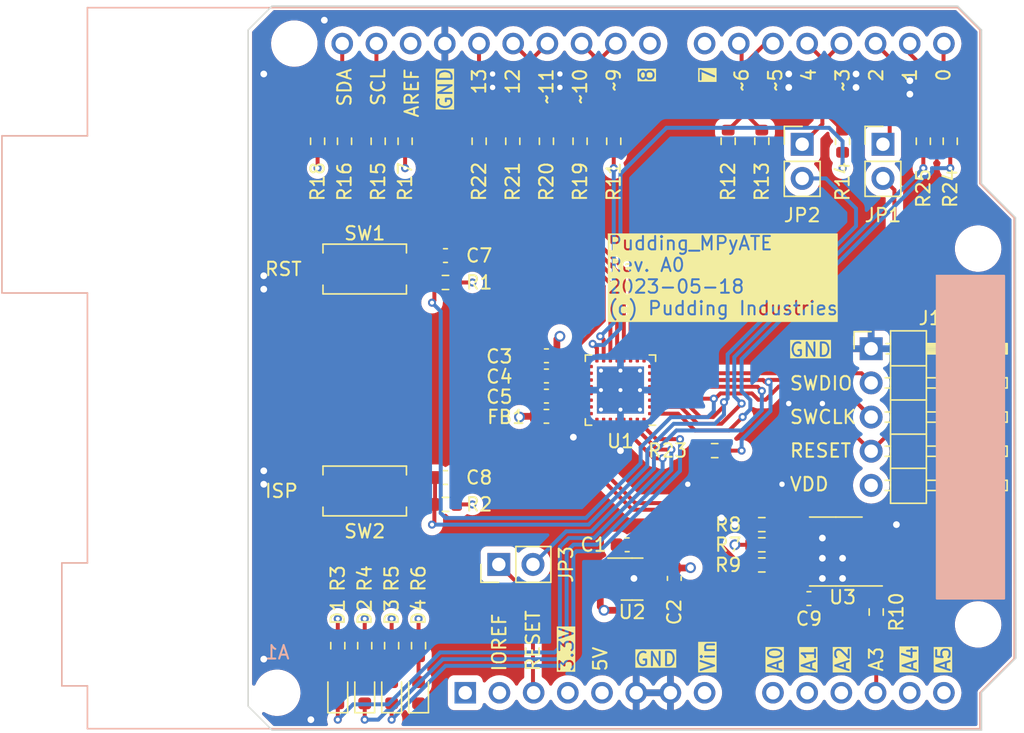
<source format=kicad_pcb>
(kicad_pcb (version 20221018) (generator pcbnew)
  (title_block (title "Pudding_MPyATE") (date "2023-05-18") (rev "A0") (company "Pudding Industries"))
  (layers (0 "F.Cu" signal) (1 "In1.Cu" signal) (2 "In2.Cu" signal) (31 "B.Cu" signal) (34 "B.Paste" user) (35 "F.Paste" user) (36 "B.SilkS" user "B.Silkscreen") (37 "F.SilkS" user "F.Silkscreen") (38 "B.Mask" user) (39 "F.Mask" user) (44 "Edge.Cuts" user))
  (net 0 "")
  (net 3 "+5V")
  (net 4 "GND")
  (net 14 "VDD")
  (net 19 "LPC_UART_RXD")
  (net 20 "LPC_UART_TXD")
  (net 22 "ARD_I2C_SDA")
  (net 23 "ARD_I2C_SCL")
  (net 24 "ARD_SPI_SCK")
  (net 25 "ARD_SPI_MISO")
  (net 26 "ARD_SPI_MOSI")
  (net 27 "ARD_SPI_CS")
  (net 28 "ARD_D9_PWM")
  (net 29 "ARD_D6_PWM")
  (net 30 "ARD_D5_PWM")
  (net 31 "ARD_LPC_ISP")
  (net 32 "ARD_D2_PWM")
  (net 33 "ARD_LPC_RST")
  (net 34 "ARD_UART_TXD")
  (net 35 "ARD_UART_RXD")
  (net 36 "ARD_ADC_IN")
  (net 37 "ARD_RST")
  (net 38 "ARD_IOREF")
  (net 39 "VDDA")
  (net 40 "LPC_RST")
  (net 41 "LPC_ISP")
  (net 42 "LPC_LED_R")
  (net 43 "Net-(D1-A)")
  (net 44 "LPC_LED_G")
  (net 45 "Net-(D2-A)")
  (net 46 "LPC_LED_B")
  (net 47 "Net-(D3-A)")
  (net 48 "Net-(D4-A)")
  (net 49 "LPC_SWDIO")
  (net 50 "LPC_SWCLK")
  (net 51 "LPC_ARD_RST")
  (net 52 "Net-(U3B-+)")
  (net 53 "OPA_ADC_IOREF")
  (net 54 "LPC_ADC_IOREF")
  (net 55 "OPA_DAC_OUT")
  (net 56 "LPC_IO3")
  (net 57 "LPC_IO2")
  (net 58 "LPC_IO1")
  (net 59 "LPC_IO0")
  (net 60 "LPC_I2C_SCL")
  (net 61 "LPC_I2C_SDA")
  (net 62 "LPC_SPI_CS")
  (net 63 "LPC_SPI_MOSI")
  (net 64 "LPC_SPI_MISO")
  (net 65 "LPC_SPI_SCK")
  (net 66 "LPC_DAC_OUT")
  (footprint "Resistor_SMD:R_0603_1608Metric" (layer "F.Cu") (at 127.5 80.5 -90)
    (fp_text reference "R15")
    (fp_text value "100R")
  )
  (footprint "Resistor_SMD:R_0603_1608Metric" (layer "F.Cu") (at 125 80.5 -90)
    (fp_text reference "R16")
    (fp_text value "100R")
  )
  (footprint "Package_DFN_QFN:VQFN-32-1EP_5x5mm_P0.5mm_EP3.5x3.5mm_ThermalVias" (layer "F.Cu") (at 145.5 99 180)
    (fp_text reference "U1")
    (fp_text value "LPC804M101JHI33")
  )
  (footprint "Capacitor_SMD:C_0603_1608Metric" (layer "F.Cu") (at 132.5 105.5)
    (fp_text reference "C8")
    (fp_text value "10nF")
  )
  (footprint "LED_SMD:LED_0603_1608Metric" (layer "F.Cu") (at 128.5 121.5 90)
    (fp_text reference "D3")
    (fp_text value "Blue")
  )
  (footprint "Package_TO_SOT_SMD:SOT-23-5" (layer "F.Cu") (at 146.3625 113.05)
    (fp_text reference "U2")
    (fp_text value "TLV70233_SOT23-5")
  )
  (footprint "Resistor_SMD:R_0603_1608Metric" (layer "F.Cu") (at 140 80.5 -90)
    (fp_text reference "R20")
    (fp_text value "100R")
  )
  (footprint "Resistor_SMD:R_0603_1608Metric" (layer "F.Cu") (at 145 80.5 -90)
    (fp_text reference "R11")
    (fp_text value "100R")
  )
  (footprint "Package_SO:SOP-8_3.9x4.9mm_P1.27mm" (layer "F.Cu") (at 161.5 111 180)
    (fp_text reference "U3")
    (fp_text value "LMV358")
  )
  (footprint "Capacitor_SMD:C_0603_1608Metric" (layer "F.Cu") (at 159.5 114.5)
    (fp_text reference "C9")
    (fp_text value "1uF")
  )
  (footprint "Connector_PinHeader_2.54mm:PinHeader_1x02_P2.54mm_Vertical" (layer "F.Cu") (at 165 80.725)
    (fp_text reference "JP1")
    (fp_text value "Jumper_2_Open")
  )
  (footprint "Resistor_SMD:R_0603_1608Metric" (layer "F.Cu") (at 132.5 107.5 180)
    (fp_text reference "R2")
    (fp_text value "10k")
  )
  (footprint "Resistor_SMD:R_0603_1608Metric" (layer "F.Cu") (at 156 112 180)
    (fp_text reference "R9")
    (fp_text value "100R")
  )
  (footprint "Resistor_SMD:R_0603_1608Metric" (layer "F.Cu") (at 142.5 80.5 -90)
    (fp_text reference "R19")
    (fp_text value "100R")
  )
  (footprint "LED_SMD:LED_0603_1608Metric" (layer "F.Cu") (at 126.5 121.5 90)
    (fp_text reference "D2")
    (fp_text value "Green")
  )
  (footprint "Capacitor_SMD:C_0603_1608Metric" (layer "F.Cu") (at 149.5 113 -90)
    (fp_text reference "C2")
    (fp_text value "10uF")
  )
  (footprint "Capacitor_SMD:C_0603_1608Metric" (layer "F.Cu") (at 132.5 89)
    (fp_text reference "C7")
    (fp_text value "10nF")
  )
  (footprint "Connector_PinHeader_2.54mm:PinHeader_1x02_P2.54mm_Vertical" (layer "F.Cu") (at 136.46 111.96 90)
    (fp_text reference "JP3")
    (fp_text value "Jumper_2_Open")
  )
  (footprint "Resistor_SMD:R_0603_1608Metric" (layer "F.Cu") (at 153.5 80.5 -90)
    (fp_text reference "R12")
    (fp_text value "100R")
  )
  (footprint "Capacitor_SMD:C_0603_1608Metric" (layer "F.Cu") (at 140 99.45 180)
    (fp_text reference "C5")
    (fp_text value "100nF")
  )
  (footprint "Resistor_SMD:R_0603_1608Metric" (layer "F.Cu") (at 124.5 118 -90)
    (fp_text reference "R3")
    (fp_text value "2.2k")
  )
  (footprint "Resistor_SMD:R_0603_1608Metric" (layer "F.Cu") (at 162 80.5 -90)
    (fp_text reference "R14")
    (fp_text value "100R")
  )
  (footprint "Resistor_SMD:R_0603_1608Metric" (layer "F.Cu") (at 164.5 115.5 90)
    (fp_text reference "R10")
    (fp_text value "100R")
  )
  (footprint "Inductor_SMD:L_0603_1608Metric" (layer "F.Cu") (at 140 100.95)
    (fp_text reference "FB1")
    (fp_text value "1k@100MHz")
  )
  (footprint "Resistor_SMD:R_0603_1608Metric" (layer "F.Cu") (at 137.5 80.5 -90)
    (fp_text reference "R21")
    (fp_text value "100R")
  )
  (footprint "Resistor_SMD:R_0603_1608Metric" (layer "F.Cu") (at 129.5 80.5 90)
    (fp_text reference "R17")
    (fp_text value "5.1k")
  )
  (footprint "Resistor_SMD:R_0603_1608Metric" (layer "F.Cu") (at 130.5 118 -90)
    (fp_text reference "R6")
    (fp_text value "2.2k")
  )
  (footprint "LED_SMD:LED_0603_1608Metric" (layer "F.Cu") (at 124.5 121.5 90)
    (fp_text reference "D1")
    (fp_text value "Red")
  )
  (footprint "Capacitor_SMD:C_0603_1608Metric" (layer "F.Cu") (at 146 110.5)
    (fp_text reference "C1")
    (fp_text value "10uF")
  )
  (footprint "Resistor_SMD:R_0603_1608Metric" (layer "F.Cu") (at 128.5 118 -90)
    (fp_text reference "R5")
    (fp_text value "2.2k")
  )
  (footprint "Button_Switch_SMD:SW_SPST_EVQPE1" (layer "F.Cu") (at 126.5 90)
    (fp_text reference "SW1")
    (fp_text value "SW_Push")
  )
  (footprint "Button_Switch_SMD:SW_SPST_EVQPE1" (layer "F.Cu") (at 126.5 106.5)
    (fp_text reference "SW2")
    (fp_text value "SW_Push")
  )
  (footprint "Resistor_SMD:R_0603_1608Metric" (layer "F.Cu") (at 170 80.5 -90)
    (fp_text reference "R24")
    (fp_text value "100R")
  )
  (footprint "Connector_PinHeader_2.54mm:PinHeader_1x02_P2.54mm_Vertical" (layer "F.Cu") (at 159 80.725)
    (fp_text reference "JP2")
    (fp_text value "Jumper_2_Open")
  )
  (footprint "Resistor_SMD:R_0603_1608Metric" (layer "F.Cu") (at 123 80.5 90)
    (fp_text reference "R18")
    (fp_text value "5.1k")
  )
  (footprint "Resistor_SMD:R_0603_1608Metric" (layer "F.Cu") (at 156 110.5)
    (fp_text reference "R7")
    (fp_text value "100k")
  )
  (footprint "Capacitor_SMD:C_0603_1608Metric" (layer "F.Cu") (at 140 97.95 180)
    (fp_text reference "C4")
    (fp_text value "1uF")
  )
  (footprint "Connector_PinHeader_2.54mm:PinHeader_1x05_P2.54mm_Horizontal" (layer "F.Cu") (at 164.125 95.925)
    (fp_text reference "J1")
    (fp_text value "Conn_01x05_Pin")
  )
  (footprint "Resistor_SMD:R_0603_1608Metric" (layer "F.Cu") (at 126.5 118 -90)
    (fp_text reference "R4")
    (fp_text value "2.2k")
  )
  (footprint "Resistor_SMD:R_0603_1608Metric" (layer "F.Cu") (at 156 109)
    (fp_text reference "R8")
    (fp_text value "100k")
  )
  (footprint "Resistor_SMD:R_0603_1608Metric" (layer "F.Cu") (at 152.5 103.5 180)
    (fp_text reference "R23")
    (fp_text value "10k")
  )
  (footprint "Resistor_SMD:R_0603_1608Metric" (layer "F.Cu") (at 168 80.5 -90)
    (fp_text reference "R25")
    (fp_text value "100R")
  )
  (footprint "LED_SMD:LED_0603_1608Metric" (layer "F.Cu") (at 130.5 121.5 90)
    (fp_text reference "D4")
    (fp_text value "Amber")
  )
  (footprint "Resistor_SMD:R_0603_1608Metric" (layer "F.Cu") (at 132.5 91 180)
    (fp_text reference "R1")
    (fp_text value "10k")
  )
  (footprint "Resistor_SMD:R_0603_1608Metric" (layer "F.Cu") (at 156 80.5 -90)
    (fp_text reference "R13")
    (fp_text value "100R")
  )
  (footprint "Capacitor_SMD:C_0603_1608Metric" (layer "F.Cu") (at 140 96.45 180)
    (fp_text reference "C3")
    (fp_text value "100nF")
  )
  (footprint "Resistor_SMD:R_0603_1608Metric" (layer "F.Cu") (at 135 80.5 -90)
    (fp_text reference "R22")
    (fp_text value "100R")
  )
  (footprint "Module:Arduino_UNO_R3_WithMountingHoles" (layer "B.Cu") (at 133.97 121.5)
    (fp_text reference "A1")
    (fp_text value "Arduino_UNO_R3")
  )
  (gr_rect (start 169 90.5) (end 174 114.5) (stroke (width 0.15)) (fill solid) (layer "B.SilkS"))
  (gr_line (start 172.325 121.475) (end 172.325 124.275) (stroke (width 0.1)) (layer "Edge.Cuts"))
  (gr_line (start 172.325 83.65) (end 174.85 86.175) (stroke (width 0.1)) (layer "Edge.Cuts"))
  (gr_line (start 119.6125 70.45) (end 170.55 70.45) (stroke (width 0.1)) (layer "Edge.Cuts"))
  (gr_line (start 174.875 118.925) (end 172.325 121.475) (stroke (width 0.1)) (layer "Edge.Cuts"))
  (gr_line (start 174.85 86.175) (end 174.875 118.925) (stroke (width 0.1)) (layer "Edge.Cuts"))
  (gr_line (start 117.8375 72.225) (end 119.6125 70.45) (stroke (width 0.1)) (layer "Edge.Cuts"))
  (gr_line (start 117.8375 122.5) (end 119.6125 124.275) (stroke (width 0.1)) (layer "Edge.Cuts"))
  (gr_line (start 172.325 72.225) (end 172.325 83.65) (stroke (width 0.1)) (layer "Edge.Cuts"))
  (gr_line (start 117.8375 122.5) (end 117.8375 72.225) (stroke (width 0.1)) (layer "Edge.Cuts"))
  (gr_line (start 170.55 70.45) (end 172.325 72.225) (stroke (width 0.1)) (layer "Edge.Cuts"))
  (gr_line (start 172.325 124.275) (end 119.6125 124.275) (stroke (width 0.1)) (layer "Edge.Cuts"))
  (gr_text "VDD" (at 158 106) (layer "F.SilkS") (effects (font (size 1 1)) (justify left)))
  (gr_text "SDA" (at 125 75 90) (layer "F.SilkS") (effects (font (size 1 1)) (justify right)))
  (gr_text "A1" (at 159.5 120 90) (layer "F.SilkS" knockout) (effects (font (size 1 1)) (justify left)))
  (gr_text "IOREF" (at 136.5 120 90) (layer "F.SilkS") (effects (font (size 1 1)) (justify left)))
  (gr_text "~3" (at 162 75 90) (layer "F.SilkS") (effects (font (size 1 1)) (justify right)))
  (gr_text "0" (at 169.5 75 90) (layer "F.SilkS") (effects (font (size 1 1)) (justify right)))
  (gr_text "RST" (at 119 90) (layer "F.SilkS") (effects (font (size 1 1)) (justify left)))
  (gr_text "${TITLE}\nRev. ${REVISION}\n${ISSUE_DATE}\n(c) ${COMPANY}" (at 144.5 93.5) (layer "F.SilkS" knockout) (effects (font (size 1 1)) (justify left bottom)))
  (gr_text "Vin" (at 152 120 90) (layer "F.SilkS" knockout) (effects (font (size 1 1)) (justify left)))
  (gr_text "RESET" (at 158 103.5) (layer "F.SilkS") (effects (font (size 1 1)) (justify left)))
  (gr_text "~10" (at 142.5 75 90) (layer "F.SilkS") (effects (font (size 1 1)) (justify right)))
  (gr_text "5V" (at 144 120 90) (layer "F.SilkS") (effects (font (size 1 1)) (justify left)))
  (gr_text "A3" (at 164.5 120 90) (layer "F.SilkS") (effects (font (size 1 1)) (justify left)))
  (gr_text "RESET" (at 139 120 90) (layer "F.SilkS") (effects (font (size 1 1)) (justify left)))
  (gr_text "3.3V" (at 141.5 120 90) (layer "F.SilkS" knockout) (effects (font (size 1 1)) (justify left)))
  (gr_text "1" (at 167 75 90) (layer "F.SilkS") (effects (font (size 1 1)) (justify right)))
  (gr_text "A4" (at 167 120 90) (layer "F.SilkS" knockout) (effects (font (size 1 1)) (justify left)))
  (gr_text "13" (at 135 75 90) (layer "F.SilkS") (effects (font (size 1 1)) (justify right)))
  (gr_text "2" (at 164.5 75 90) (layer "F.SilkS") (effects (font (size 1 1)) (justify right)))
  (gr_text "GND" (at 146.5 119) (layer "F.SilkS" knockout) (effects (font (size 1 1)) (justify left)))
  (gr_text "7" (at 152 75 90) (layer "F.SilkS" knockout) (effects (font (size 1 1)) (justify right)))
  (gr_text "SCL" (at 127.5 75 90) (layer "F.SilkS") (effects (font (size 1 1)) (justify right)))
  (gr_text "SWDIO" (at 158 98.5) (layer "F.SilkS") (effects (font (size 1 1)) (justify left)))
  (gr_text "GND" (at 132.5 75 90) (layer "F.SilkS" knockout) (effects (font (size 1 1)) (justify right)))
  (gr_text "8" (at 147.5 75 90) (layer "F.SilkS" knockout) (effects (font (size 1 1)) (justify right)))
  (gr_text "~11" (at 140 75 90) (layer "F.SilkS") (effects (font (size 1 1)) (justify right)))
  (gr_text "A5" (at 169.5 120 90) (layer "F.SilkS" knockout) (effects (font (size 1 1)) (justify left)))
  (gr_text "ISP" (at 119 106.5) (layer "F.SilkS") (effects (font (size 1 1)) (justify left)))
  (gr_text "SWCLK" (at 158 101) (layer "F.SilkS") (effects (font (size 1 1)) (justify left)))
  (gr_text "~6" (at 154.5 75 90) (layer "F.SilkS") (effects (font (size 1 1)) (justify right)))
  (gr_text "AREF" (at 130 75 90) (layer "F.SilkS") (effects (font (size 1 1)) (justify right)))
  (gr_text "~5" (at 157 75 90) (layer "F.SilkS") (effects (font (size 1 1)) (justify right)))
  (gr_text "A0" (at 157 120 90) (layer "F.SilkS" knockout) (effects (font (size 1 1)) (justify left)))
  (gr_text "A2" (at 162 120 90) (layer "F.SilkS" knockout) (effects (font (size 1 1)) (justify left)))
  (gr_text "~9" (at 145 75 90) (layer "F.SilkS") (effects (font (size 1 1)) (justify right)))
  (gr_text "12" (at 137.5 75 90) (layer "F.SilkS") (effects (font (size 1 1)) (justify right)))
  (gr_text "4" (at 159.5 75 90) (layer "F.SilkS") (effects (font (size 1 1)) (justify right)))
  (gr_text "GND" (at 158 96) (layer "F.SilkS" knockout) (effects (font (size 1 1)) (justify left)))
  (segment (start 144 114) (end 144 115.0905) (width 0.5) (layer "F.Cu") (net 3))
  (segment (start 145.225 114) (end 144 114) (width 0.5) (layer "F.Cu") (net 3))
  (segment (start 158.725 114.5) (end 157.5 114.5) (width 0.5) (layer "F.Cu") (net 3))
  (segment (start 145.225 112.1) (end 144.663972 112.1) (width 0.5) (layer "F.Cu") (net 3))
  (segment (start 158.875 114.35) (end 158.725 114.5) (width 0.5) (layer "F.Cu") (net 3))
  (segment (start 144 112.763972) (end 144 114) (width 0.5) (layer "F.Cu") (net 3))
  (segment (start 158.875 112.905) (end 158.875 114.35) (width 0.5) (layer "F.Cu") (net 3))
  (segment (start 144 115.0905) (end 144.2795 115.37) (width 0.5) (layer "F.Cu") (net 3))
  (segment (start 144.2795 115.37) (end 156.63 115.37) (width 0.5) (layer "F.Cu") (net 3))
  (segment (start 145.225 112.1) (end 145.225 110.5) (width 0.5) (layer "F.Cu") (net 3))
  (segment (start 156.63 115.37) (end 157.5 114.5) (width 0.5) (layer "F.Cu") (net 3))
  (segment (start 144.663972 112.1) (end 144 112.763972) (width 0.5) (layer "F.Cu") (net 3))
  (via (at 144.2795 115.37) (size 0.8) (drill 0.5) (layers "F.Cu" "B.Cu") (net 3))
  (via (at 163 76.5) (size 0.8) (drill 0.5) (layers "F.Cu" "B.Cu") (net 4))
  (via (at 162 113) (size 0.8) (drill 0.5) (layers "F.Cu" "B.Cu") (net 4))
  (via (at 162 111.5) (size 0.8) (drill 0.5) (layers "F.Cu" "B.Cu") (net 4))
  (via (at 167 77) (size 0.8) (drill 0.5) (layers "F.Cu" "B.Cu") (net 4))
  (via (at 166 109) (size 0.8) (drill 0.5) (layers "F.Cu" "B.Cu") (net 4))
  (via (at 160.5 113) (size 0.8) (drill 0.5) (layers "F.Cu" "B.Cu") (net 4))
  (via (at 119 105) (size 0.8) (drill 0.5) (layers "F.Cu" "B.Cu") (net 4))
  (via (at 142 102.5) (size 0.8) (drill 0.5) (layers "F.Cu" "B.Cu") (net 4))
  (via (at 153 108.5) (size 0.8) (drill 0.5) (layers "F.Cu" "B.Cu") (net 4))
  (via (at 119 106) (size 0.8) (drill 0.5) (layers "F.Cu" "B.Cu") (net 4))
  (via (at 141 76.5) (size 0.8) (drill 0.4) (layers "F.Cu" "B.Cu") (net 4))
  (via (at 119 119) (size 0.8) (drill 0.5) (layers "F.Cu" "B.Cu") (net 4))
  (via (at 119 75.5) (size 0.8) (drill 0.5) (layers "F.Cu" "B.Cu") (net 4))
  (via (at 122.5 123.5) (size 0.8) (drill 0.5) (layers "F.Cu" "B.Cu") (net 4))
  (via (at 160.5 110) (size 0.8) (drill 0.5) (layers "F.Cu" "B.Cu") (net 4))
  (via (at 157.5 106) (size 0.8) (drill 0.4) (layers "F.Cu" "B.Cu") (net 4))
  (via (at 123.5 71.5) (size 0.8) (drill 0.5) (layers "F.Cu" "B.Cu") (net 4))
  (via (at 158 100) (size 0.8) (drill 0.4) (layers "F.Cu" "B.Cu") (net 4))
  (via (at 158 76.5) (size 0.8) (drill 0.5) (layers "F.Cu" "B.Cu") (net 4))
  (via (at 167 76) (size 0.8) (drill 0.5) (layers "F.Cu" "B.Cu") (net 4))
  (via (at 136 75.5) (size 0.8) (drill 0.4) (layers "F.Cu" "B.Cu") (net 4))
  (via (at 150.5 106) (size 0.8) (drill 0.4) (layers "F.Cu" "B.Cu") (net 4))
  (via (at 136 76.5) (size 0.8) (drill 0.4) (layers "F.Cu" "B.Cu") (net 4))
  (via (at 119 91.5) (size 0.8) (drill 0.5) (layers "F.Cu" "B.Cu") (net 4))
  (via (at 163 75.5) (size 0.8) (drill 0.5) (layers "F.Cu" "B.Cu") (net 4))
  (via (at 160.5 100) (size 0.8) (drill 0.4) (layers "F.Cu" "B.Cu") (net 4))
  (via (at 146.5 113) (size 0.8) (drill 0.5) (layers "F.Cu" "B.Cu") (net 4))
  (via (at 158 75.5) (size 0.8) (drill 0.5) (layers "F.Cu" "B.Cu") (net 4))
  (via (at 119 90.5) (size 0.8) (drill 0.5) (layers "F.Cu" "B.Cu") (net 4))
  (via (at 154 109) (size 0.8) (drill 0.5) (layers "F.Cu" "B.Cu") (net 4))
  (via (at 160.5 111.5) (size 0.8) (drill 0.5) (layers "F.Cu" "B.Cu") (net 4))
  (via (at 145.5 103.5) (size 0.8) (drill 0.5) (layers "F.Cu" "B.Cu") (net 4))
  (via (at 141 75.5) (size 0.8) (drill 0.4) (layers "F.Cu" "B.Cu") (net 4))
  (segment (start 133.325 107.5) (end 134.5 107.5) (width 0.29337) (layer "F.Cu") (net 14))
  (segment (start 143.05 98.75) (end 141.575 98.75) (width 0.29337) (layer "F.Cu") (net 14))
  (segment (start 138.05 100.95) (end 138 101) (width 0.5) (layer "F.Cu") (net 14))
  (segment (start 126.5 117.175) (end 126.5 116) (width 0.29337) (layer "F.Cu") (net 14))
  (segment (start 124.5 117.175) (end 124.5 116) (width 0.29337) (layer "F.Cu") (net 14))
  (segment (start 147.5 112.1) (end 149.375 112.1) (width 0.5) (layer "F.Cu") (net 14))
  (segment (start 139.2125 100.95) (end 138.05 100.95) (width 0.5) (layer "F.Cu") (net 14))
  (segment (start 149.5 112.225) (end 150.678458 112.225) (width 0.5) (layer "F.Cu") (net 14))
  (segment (start 149.375 112.1) (end 149.5 112.225) (width 0.5) (layer "F.Cu") (net 14))
  (segment (start 128.5 117.175) (end 128.5 116) (width 0.29337) (layer "F.Cu") (net 14))
  (segment (start 140.775 96.45) (end 140.775 95.225) (width 0.5) (layer "F.Cu") (net 14))
  (segment (start 150.678458 112.225) (end 150.701729 112.201729) (width 0.5) (layer "F.Cu") (net 14))
  (segment (start 133.325 91) (end 134.5 91) (width 0.29337) (layer "F.Cu") (net 14))
  (segment (start 141.575 98.75) (end 140.775 97.95) (width 0.29337) (layer "F.Cu") (net 14))
  (segment (start 130.5 117.175) (end 130.5 116) (width 0.29337) (layer "F.Cu") (net 14))
  (segment (start 140.775 95.225) (end 141 95) (width 0.5) (layer "F.Cu") (net 14))
  (segment (start 140.775 96.45) (end 140.775 97.95) (width 0.5) (layer "F.Cu") (net 14))
  (via (at 134.5 107.5) (size 0.6) (drill 0.3) (layers "F.Cu" "B.Cu") (net 14))
  (via (at 134.5 91) (size 0.6) (drill 0.3) (layers "F.Cu" "B.Cu") (net 14))
  (via (at 130.5 116) (size 0.6) (drill 0.3) (layers "F.Cu" "B.Cu") (net 14))
  (via (at 141 95) (size 0.8) (drill 0.5) (layers "F.Cu" "B.Cu") (net 14))
  (via (at 124.5 116) (size 0.6) (drill 0.3) (layers "F.Cu" "B.Cu") (net 14))
  (via (at 128.5 116) (size 0.6) (drill 0.3) (layers "F.Cu" "B.Cu") (net 14))
  (via (at 138 101) (size 0.8) (drill 0.5) (layers "F.Cu" "B.Cu") (net 14))
  (via (at 126.5 116) (size 0.6) (drill 0.3) (layers "F.Cu" "B.Cu") (net 14))
  (via (at 150.701729 112.201729) (size 0.8) (drill 0.5) (layers "F.Cu" "B.Cu") (net 14))
  (segment (start 151.027774 102) (end 149.777774 100.75) (width 0.29337) (layer "F.Cu") (net 19))
  (segment (start 154.576503 101) (end 153.576503 102) (width 0.29337) (layer "F.Cu") (net 19))
  (segment (start 153.576503 102) (end 151.027774 102) (width 0.29337) (layer "F.Cu") (net 19))
  (segment (start 170 81.325) (end 170 82.5) (width 0.29337) (layer "F.Cu") (net 19))
  (segment (start 149.777774 100.75) (end 147.95 100.75) (width 0.29337) (layer "F.Cu") (net 19))
  (via (at 154.576503 101) (size 0.6) (drill 0.3) (layers "F.Cu" "B.Cu") (net 19))
  (via (at 170 82.5) (size 0.6) (drill 0.3) (layers "F.Cu" "B.Cu") (net 19))
  (segment (start 155.146685 100.429818) (end 155.146685 99.732134) (width 0.29337) (layer "B.Cu") (net 19))
  (segment (start 168.051045 83.146685) (end 168.267866 83.146685) (width 0.29337) (layer "B.Cu") (net 19))
  (segment (start 154.576503 101) (end 155.146685 100.429818) (width 0.29337) (layer "B.Cu") (net 19))
  (segment (start 154.5 99.085449) (end 154.5 96.69773) (width 0.29337) (layer "B.Cu") (net 19))
  (segment (start 168.267866 83.146685) (end 168.646685 82.767866) (width 0.29337) (layer "B.Cu") (net 19))
  (segment (start 168.646685 82.767866) (end 168.646685 82.5) (width 0.29337) (layer "B.Cu") (net 19))
  (segment (start 155.146685 99.732134) (end 154.5 99.085449) (width 0.29337) (layer "B.Cu") (net 19))
  (segment (start 168.646685 82.5) (end 170 82.5) (width 0.29337) (layer "B.Cu") (net 19))
  (segment (start 154.5 96.69773) (end 168.051045 83.146685) (width 0.29337) (layer "B.Cu") (net 19))
  (segment (start 151.225504 101.5) (end 149.975504 100.25) (width 0.29337) (layer "F.Cu") (net 20))
  (segment (start 153 101.5) (end 151.225504 101.5) (width 0.29337) (layer "F.Cu") (net 20))
  (segment (start 149.975504 100.25) (end 147.95 100.25) (width 0.29337) (layer "F.Cu") (net 20))
  (segment (start 154.5 100) (end 153 101.5) (width 0.29337) (layer "F.Cu") (net 20))
  (segment (start 168 81.325) (end 168 82.5) (width 0.29337) (layer "F.Cu") (net 20))
  (via (at 168 82.5) (size 0.6) (drill 0.3) (layers "F.Cu" "B.Cu") (net 20))
  (via (at 154.5 100) (size 0.6) (drill 0.3) (layers "F.Cu" "B.Cu") (net 20))
  (segment (start 153.954827 99.454827) (end 153.954827 96.545173) (width 0.29337) (layer "B.Cu") (net 20))
  (segment (start 153.954827 96.545173) (end 168 82.5) (width 0.29337) (layer "B.Cu") (net 20))
  (segment (start 154.5 100) (end 153.954827 99.454827) (width 0.29337) (layer "B.Cu") (net 20))
  (segment (start 125 79.675) (end 123 79.675) (width 0.29337) (layer "F.Cu") (net 22))
  (segment (start 124.83 79.505) (end 124.83 73.24) (width 0.29337) (layer "F.Cu") (net 22))
  (segment (start 125 79.675) (end 124.83 79.505) (width 0.29337) (layer "F.Cu") (net 22))
  (segment (start 127.5 79.675) (end 127.37 79.545) (width 0.29337) (layer "F.Cu") (net 23))
  (segment (start 127.5 79.675) (end 129.5 79.675) (width 0.29337) (layer "F.Cu") (net 23))
  (segment (start 127.37 79.545) (end 127.37 73.24) (width 0.29337) (layer "F.Cu") (net 23))
  (segment (start 134.99 79.665) (end 134.99 73.24) (width 0.29337) (layer "F.Cu") (net 24))
  (segment (start 135 79.675) (end 134.99 79.665) (width 0.29337) (layer "F.Cu") (net 24))
  (segment (start 137.5 79.675) (end 138.5 78.675) (width 0.29337) (layer "F.Cu") (net 25))
  (segment (start 138.5 74.21) (end 137.53 73.24) (width 0.29337) (layer "F.Cu") (net 25))
  (segment (start 138.5 78.675) (end 138.5 74.21) (width 0.29337) (layer "F.Cu") (net 25))
  (segment (start 140 79.675) (end 139 78.675) (width 0.29337) (layer "F.Cu") (net 26))
  (segment (start 139 78.675) (end 139 74.31) (width 0.29337) (layer "F.Cu") (net 26))
  (segment (start 139 74.31) (end 140.07 73.24) (width 0.29337) (layer "F.Cu") (net 26))
  (segment (start 143.5 78.675) (end 143.5 74.13) (width 0.29337) (layer "F.Cu") (net 27))
  (segment (start 143.5 74.13) (end 142.61 73.24) (width 0.29337) (layer "F.Cu") (net 27))
  (segment (start 142.5 79.675) (end 143.5 78.675) (width 0.29337) (layer "F.Cu") (net 27))
  (segment (start 144 78.675) (end 144 74.39) (width 0.29337) (layer "F.Cu") (net 28))
  (segment (start 145 79.675) (end 144 78.675) (width 0.29337) (layer "F.Cu") (net 28))
  (segment (start 144 74.39) (end 145.15 73.24) (width 0.29337) (layer "F.Cu") (net 28))
  (segment (start 154.5 73.45) (end 154.29 73.24) (width 0.29337) (layer "F.Cu") (net 29))
  (segment (start 153.5 79.675) (end 154.5 78.675) (width 0.29337) (layer "F.Cu") (net 29))
  (segment (start 154.5 78.675) (end 154.5 73.45) (width 0.29337) (layer "F.Cu") (net 29))
  (segment (start 156 79.675) (end 155 78.675) (width 0.29337) (layer "F.Cu") (net 30))
  (segment (start 156.26 73.24) (end 156.83 73.24) (width 0.29337) (layer "F.Cu") (net 30))
  (segment (start 155 74.5) (end 156.26 73.24) (width 0.29337) (layer "F.Cu") (net 30))
  (segment (start 155 78.675) (end 155 74.5) (width 0.29337) (layer "F.Cu") (net 30))
  (segment (start 159 80.725) (end 160.5 79.225) (width 0.29337) (layer "F.Cu") (net 31))
  (segment (start 160.5 79.225) (end 160.5 74.37) (width 0.29337) (layer "F.Cu") (net 31))
  (segment (start 160.5 74.37) (end 159.37 73.24) (width 0.29337) (layer "F.Cu") (net 31))
  (segment (start 162 79.675) (end 161 78.675) (width 0.29337) (layer "F.Cu") (net 32))
  (segment (start 161 74.15) (end 161.91 73.24) (width 0.29337) (layer "F.Cu") (net 32))
  (segment (start 161 78.675) (end 161 74.15) (width 0.29337) (layer "F.Cu") (net 32))
  (segment (start 165.5 80.225) (end 165.5 74.29) (width 0.29337) (layer "F.Cu") (net 33))
  (segment (start 165.5 74.29) (end 164.45 73.24) (width 0.29337) (layer "F.Cu") (net 33))
  (segment (start 165 80.725) (end 165.5 80.225) (width 0.29337) (layer "F.Cu") (net 33))
  (segment (start 168.5 79.175) (end 168.5 75.5) (width 0.29337) (layer "F.Cu") (net 34))
  (segment (start 167 73.25) (end 166.99 73.24) (width 0.29337) (layer "F.Cu") (net 34))
  (segment (start 168 79.675) (end 168.5 79.175) (width 0.29337) (layer "F.Cu") (net 34))
  (segment (start 168.5 75.5) (end 167 74) (width 0.29337) (layer "F.Cu") (net 34))
  (segment (start 167 74) (end 167 73.25) (width 0.29337) (layer "F.Cu") (net 34))
  (segment (start 169 75.5) (end 169.5 75) (width 0.29337) (layer "F.Cu") (net 35))
  (segment (start 169.5 75) (end 169.5 73.27) (width 0.29337) (layer "F.Cu") (net 35))
  (segment (start 170 79.675) (end 169 78.675) (width 0.29337) (layer "F.Cu") (net 35))
  (segment (start 169.5 73.27) (end 169.53 73.24) (width 0.29337) (layer "F.Cu") (net 35))
  (segment (start 169 78.675) (end 169 75.5) (width 0.29337) (layer "F.Cu") (net 35))
  (segment (start 164.5 116.325) (end 164.5 121.45) (width 0.29337) (layer "F.Cu") (net 36))
  (segment (start 164.5 121.45) (end 164.45 121.5) (width 0.29337) (layer "F.Cu") (net 36))
  (segment (start 139 114.5) (end 136.46 111.96) (width 0.29337) (layer "F.Cu") (net 37))
  (segment (start 139 114.5) (end 139 121.45) (width 0.29337) (layer "F.Cu") (net 37))
  (segment (start 139 121.45) (end 139.05 121.5) (width 0.29337) (layer "F.Cu") (net 37))
  (segment (start 123 81.325) (end 123 82.5) (width 0.29337) (layer "F.Cu") (net 38))
  (segment (start 129.5 81.325) (end 129.5 82.5) (width 0.29337) (layer "F.Cu") (net 38))
  (segment (start 155.175 110.5) (end 154 110.5) (width 0.29337) (layer "F.Cu") (net 38))
  (via (at 129.5 82.5) (size 0.6) (drill 0.3) (layers "F.Cu" "B.Cu") (net 38))
  (via (at 123 82.5) (size 0.6) (drill 0.3) (layers "F.Cu" "B.Cu") (net 38))
  (via (at 154 110.5) (size 0.8) (drill 0.5) (layers "F.Cu" "B.Cu") (net 38))
  (segment (start 141.75 99.75) (end 141.075 99.75) (width 0.29337) (layer "F.Cu") (net 39))
  (segment (start 141.075 99.75) (end 140.775 99.45) (width 0.29337) (layer "F.Cu") (net 39))
  (segment (start 143.05 100.25) (end 142.25 100.25) (width 0.29337) (layer "F.Cu") (net 39))
  (segment (start 140.7875 99.4625) (end 140.775 99.45) (width 0.5) (layer "F.Cu") (net 39))
  (segment (start 142.25 100.25) (end 141.75 99.75) (width 0.29337) (layer "F.Cu") (net 39))
  (segment (start 140.7875 100.95) (end 140.7875 99.4625) (width 0.5) (layer "F.Cu") (net 39))
  (segment (start 143.05 99.75) (end 141.075 99.75) (width 0.29337) (layer "F.Cu") (net 39))
  (segment (start 131.725 90.95) (end 131.675 91) (width 0.29337) (layer "F.Cu") (net 40))
  (segment (start 165.85 84.115) (end 165.85 101.82) (width 0.29337) (layer "F.Cu") (net 40))
  (segment (start 130.725 90) (end 131.725 89) (width 0.29337) (layer "F.Cu") (net 40))
  (segment (start 152.434955 99.63628) (end 150.757244 99.63628) (width 0.29337) (layer "F.Cu") (net 40))
  (segment (start 165 83.265) (end 165.85 84.115) (width 0.29337) (layer "F.Cu") (net 40))
  (segment (start 162.5 100.07773) (end 162.5 101.92) (width 0.29337) (layer "F.Cu") (net 40))
  (segment (start 150.757244 99.63628) (end 150.370964 99.25) (width 0.29337) (layer "F.Cu") (net 40))
  (segment (start 156.287981 99.712019) (end 157.26326 98.73674) (width 0.29337) (layer "F.Cu") (net 40))
  (segment (start 165.85 101.82) (end 164.125 103.545) (width 0.29337) (layer "F.Cu") (net 40))
  (segment (start 155.732134 99.712019) (end 156.287981 99.712019) (width 0.29337) (layer "F.Cu") (net 40))
  (segment (start 131.725 89) (end 131.725 90.95) (width 0.29337) (layer "F.Cu") (net 40))
  (segment (start 161.15901 98.73674) (end 162.5 100.07773) (width 0.29337) (layer "F.Cu") (net 40))
  (segment (start 152.434955 99.63628) (end 152.536387 99.63628) (width 0.29337) (layer "F.Cu") (net 40))
  (segment (start 152.923167 99.2495) (end 155.269615 99.2495) (width 0.29337) (layer "F.Cu") (net 40))
  (segment (start 131.675 92.325) (end 131.5 92.5) (width 0.29337) (layer "F.Cu") (net 40))
  (segment (start 157.26326 98.73674) (end 161.15901 98.73674) (width 0.29337) (layer "F.Cu") (net 40))
  (segment (start 129.2 90) (end 130.725 90) (width 0.29337) (layer "F.Cu") (net 40))
  (segment (start 131.675 91) (end 131.675 92.325) (width 0.29337) (layer "F.Cu") (net 40))
  (segment (start 152.536387 99.63628) (end 152.923167 99.2495) (width 0.29337) (layer "F.Cu") (net 40))
  (segment (start 162.5 101.92) (end 164.125 103.545) (width 0.29337) (layer "F.Cu") (net 40))
  (segment (start 155.269615 99.2495) (end 155.732134 99.712019) (width 0.29337) (layer "F.Cu") (net 40))
  (segment (start 150.370964 99.25) (end 147.95 99.25) (width 0.29337) (layer "F.Cu") (net 40))
  (via (at 131.5 92.5) (size 0.6) (drill 0.3) (layers "F.Cu" "B.Cu") (net 40))
  (via (at 152.434955 99.63628) (size 0.6) (drill 0.3) (layers "F.Cu" "B.Cu") (net 40))
  (segment (start 131.5 92.5) (end 132.146685 93.146685) (width 0.29337) (layer "B.Cu") (net 40))
  (segment (start 132.146685 93.146685) (end 132.146685 108.146685) (width 0.29337) (layer "B.Cu") (net 40))
  (segment (start 149.246411 101.01326) (end 151.98674 101.01326) (width 0.29337) (layer "B.Cu") (net 40))
  (segment (start 142.932089 108.50663) (end 146.997702 104.441017) (width 0.29337) (layer "B.Cu") (net 40))
  (segment (start 146.997702 104.441017) (end 146.997702 103.261969) (width 0.29337) (layer "B.Cu") (net 40))
  (segment (start 132.146685 108.146685) (end 132.50663 108.50663) (width 0.29337) (layer "B.Cu") (net 40))
  (segment (start 151.98674 101.01326) (end 152.434955 100.565045) (width 0.29337) (layer "B.Cu") (net 40))
  (segment (start 146.997702 103.261969) (end 149.246411 101.01326) (width 0.29337) (layer "B.Cu") (net 40))
  (segment (start 152.434955 100.565045) (end 152.434955 99.63628) (width 0.29337) (layer "B.Cu") (net 40))
  (segment (start 132.50663 108.50663) (end 142.932089 108.50663) (width 0.29337) (layer "B.Cu") (net 40))
  (segment (start 151.423234 101) (end 150.173234 99.75) (width 0.29337) (layer "F.Cu") (net 41))
  (segment (start 150.173234 99.75) (end 147.95 99.75) (width 0.29337) (layer "F.Cu") (net 41))
  (segment (start 153.191033 99.896185) (end 153.191033 100.197393) (width 0.29337) (layer "F.Cu") (net 41))
  (segment (start 129.2 106.5) (end 130.675 106.5) (width 0.29337) (layer "F.Cu") (net 41))
  (segment (start 152.388426 101) (end 151.423234 101) (width 0.29337) (layer "F.Cu") (net 41))
  (segment (start 131.675 107.5) (end 131.675 108.825) (width 0.29337) (layer "F.Cu") (net 41))
  (segment (start 131.675 108.825) (end 131.5 109) (width 0.29337) (layer "F.Cu") (net 41))
  (segment (start 131.725 105.5) (end 131.725 107.45) (width 0.29337) (layer "F.Cu") (net 41))
  (segment (start 153.191033 100.197393) (end 152.388426 101) (width 0.29337) (layer "F.Cu") (net 41))
  (segment (start 130.675 106.5) (end 131.675 107.5) (width 0.29337) (layer "F.Cu") (net 41))
  (segment (start 131.725 107.45) (end 131.675 107.5) (width 0.29337) (layer "F.Cu") (net 41))
  (via (at 153.191033 99.896185) (size 0.6) (drill 0.3) (layers "F.Cu" "B.Cu") (net 41))
  (via (at 131.5 109) (size 0.6) (drill 0.3) (layers "F.Cu" "B.Cu") (net 41))
  (segment (start 131.5 109) (end 143.136449 109) (width 0.29337) (layer "B.Cu") (net 41))
  (segment (start 153.191033 99.896185) (end 153.461457 99.625761) (width 0.29337) (layer "B.Cu") (net 41))
  (segment (start 153.461457 99.625761) (end 153.461457 96.340812) (width 0.29337) (layer "B.Cu") (net 41))
  (segment (start 143.136449 109) (end 147.491072 104.645377) (width 0.29337) (layer "B.Cu") (net 41))
  (segment (start 163 85.5) (end 160.765 83.265) (width 0.29337) (layer "B.Cu") (net 41))
  (segment (start 160.765 83.265) (end 159 83.265) (width 0.29337) (layer "B.Cu") (net 41))
  (segment (start 147.491072 104.645377) (end 147.491072 103.466329) (width 0.29337) (layer "B.Cu") (net 41))
  (segment (start 149.450771 101.50663) (end 152.515175 101.50663) (width 0.29337) (layer "B.Cu") (net 41))
  (segment (start 163 86.802269) (end 163 85.5) (width 0.29337) (layer "B.Cu") (net 41))
  (segment (start 153.191033 100.830772) (end 153.191033 99.896185) (width 0.29337) (layer "B.Cu") (net 41))
  (segment (start 153.461457 96.340812) (end 163 86.802269) (width 0.29337) (layer "B.Cu") (net 41))
  (segment (start 152.515175 101.50663) (end 153.191033 100.830772) (width 0.29337) (layer "B.Cu") (net 41))
  (segment (start 147.491072 103.466329) (end 149.450771 101.50663) (width 0.29337) (layer "B.Cu") (net 41))
  (segment (start 146.25 102.339337) (end 146.25 101.45) (width 0.29337) (layer "F.Cu") (net 42))
  (segment (start 124.5 122.2875) (end 124.5 123.5) (width 0.29337) (layer "F.Cu") (net 42))
  (segment (start 148.631127 104.072153) (end 147.982816 104.072153) (width 0.29337) (layer "F.Cu") (net 42))
  (segment (start 147.982816 104.072153) (end 146.25 102.339337) (width 0.29337) (layer "F.Cu") (net 42))
  (via (at 148.631127 104.072153) (size 0.6) (drill 0.3) (layers "F.Cu" "B.Cu") (net 42))
  (via (at 124.5 123.5) (size 0.6) (drill 0.3) (layers "F.Cu" "B.Cu") (net 42))
  (segment (start 140.60454 118.5) (end 132.10454 118.5) (width 0.29337) (layer "B.Cu") (net 42))
  (segment (start 141.66436 109.99337) (end 141 110.65773) (width 0.29337) (layer "B.Cu") (net 42))
  (segment (start 148.631127 104.900782) (end 143.538539 109.99337) (width 0.29337) (layer "B.Cu") (net 42))
  (segment (start 141 110.65773) (end 141 118.10454) (width 0.29337) (layer "B.Cu") (net 42))
  (segment (start 132.10454 118.5) (end 128.244595 122.359945) (width 0.29337) (layer "B.Cu") (net 42))
  (segment (start 125.640055 122.359945) (end 124.5 123.5) (width 0.29337) (layer "B.Cu") (net 42))
  (segment (start 128.244595 122.359945) (end 125.640055 122.359945) (width 0.29337) (layer "B.Cu") (net 42))
  (segment (start 148.631127 104.072153) (end 148.631127 104.900782) (width 0.29337) (layer "B.Cu") (net 42))
  (segment (start 141 118.10454) (end 140.60454 118.5) (width 0.29337) (layer "B.Cu") (net 42))
  (segment (start 143.538539 109.99337) (end 141.66436 109.99337) (width 0.29337) (layer "B.Cu") (net 42))
  (segment (start 124.5 120.7125) (end 124.5 118.825) (width 0.29337) (layer "F.Cu") (net 43))
  (segment (start 146.75 101.928675) (end 146.75 101.45) (width 0.29337) (layer "F.Cu") (net 44))
  (segment (start 126.5 122.2875) (end 126.5 123.5) (width 0.29337) (layer "F.Cu") (net 44))
  (segment (start 149.277312 103.423497) (end 148.244822 103.423497) (width 0.29337) (layer "F.Cu") (net 44))
  (segment (start 148.244822 103.423497) (end 146.75 101.928675) (width 0.29337) (layer "F.Cu") (net 44))
  (via (at 149.277312 103.423497) (size 0.6) (drill 0.3) (layers "F.Cu" "B.Cu") (net 44))
  (via (at 126.5 123.5) (size 0.6) (drill 0.3) (layers "F.Cu" "B.Cu") (net 44))
  (segment (start 149.277312 103.423497) (end 149.277312 104.952327) (width 0.29337) (layer "B.Cu") (net 44))
  (segment (start 127.5 123.5) (end 126.5 123.5) (width 0.29337) (layer "B.Cu") (net 44))
  (segment (start 132.29564 119.00663) (end 128.448955 122.853315) (width 0.29337) (layer "B.Cu") (net 44))
  (segment (start 149.277312 104.952327) (end 143.742899 110.48674) (width 0.29337) (layer "B.Cu") (net 44))
  (segment (start 140.79564 119.00663) (end 132.29564 119.00663) (width 0.29337) (layer "B.Cu") (net 44))
  (segment (start 143.742899 110.48674) (end 142.01326 110.48674) (width 0.29337) (layer "B.Cu") (net 44))
  (segment (start 128.146685 122.853315) (end 127.5 123.5) (width 0.29337) (layer "B.Cu") (net 44))
  (segment (start 141.5 118.30227) (end 140.79564 119.00663) (width 0.29337) (layer "B.Cu") (net 44))
  (segment (start 142.01326 110.48674) (end 141.5 111) (width 0.29337) (layer "B.Cu") (net 44))
  (segment (start 128.448955 122.853315) (end 128.146685 122.853315) (width 0.29337) (layer "B.Cu") (net 44))
  (segment (start 141.5 111) (end 141.5 118.30227) (width 0.29337) (layer "B.Cu") (net 44))
  (segment (start 126.5 120.7125) (end 126.5 118.825) (width 0.29337) (layer "F.Cu") (net 45))
  (segment (start 147.25 101.730945) (end 147.25 101.45) (width 0.29337) (layer "F.Cu") (net 46))
  (segment (start 149.923497 102.646185) (end 148.16524 102.646185) (width 0.29337) (layer "F.Cu") (net 46))
  (segment (start 148.16524 102.646185) (end 147.25 101.730945) (width 0.29337) (layer "F.Cu") (net 46))
  (segment (start 128.5 122.2875) (end 128.5 123.5) (width 0.29337) (layer "F.Cu") (net 46))
  (via (at 149.923497 102.646185) (size 0.6) (drill 0.3) (layers "F.Cu" "B.Cu") (net 46))
  (via (at 128.5 123.5) (size 0.6) (drill 0.3) (layers "F.Cu" "B.Cu") (net 46))
  (segment (start 142 111.19773) (end 142 118.5) (width 0.29337) (layer "B.Cu") (net 46))
  (segment (start 143.947259 110.98011) (end 142.21762 110.98011) (width 0.29337) (layer "B.Cu") (net 46))
  (segment (start 142 118.5) (end 141 119.5) (width 0.29337) (layer "B.Cu") (net 46))
  (segment (start 149.923497 105.003872) (end 143.947259 110.98011) (width 0.29337) (layer "B.Cu") (net 46))
  (segment (start 142.21762 110.98011) (end 142 111.19773) (width 0.29337) (layer "B.Cu") (net 46))
  (segment (start 149.923497 102.646185) (end 149.923497 105.003872) (width 0.29337) (layer "B.Cu") (net 46))
  (segment (start 141 119.5) (end 132.5 119.5) (width 0.29337) (layer "B.Cu") (net 46))
  (segment (start 132.5 119.5) (end 128.5 123.5) (width 0.29337) (layer "B.Cu") (net 46))
  (segment (start 128.5 120.7125) (end 128.5 118.825) (width 0.29337) (layer "F.Cu") (net 47))
  (segment (start 130.5 120.7125) (end 130.5 118.825) (width 0.29337) (layer "F.Cu") (net 48))
  (segment (start 164.125 98.465) (end 163.41 97.75) (width 0.29337) (layer "F.Cu") (net 49))
  (segment (start 163.41 97.75) (end 147.95 97.75) (width 0.29337) (layer "F.Cu") (net 49))
  (segment (start 156.245402 98.396185) (end 156.099217 98.25) (width 0.29337) (layer "F.Cu") (net 50))
  (segment (start 161.36337 98.24337) (end 164.125 101.005) (width 0.29337) (layer "F.Cu") (net 50))
  (segment (start 156.652815 98.24337) (end 161.36337 98.24337) (width 0.29337) (layer "F.Cu") (net 50))
  (segment (start 156.5 98.396185) (end 156.652815 98.24337) (width 0.29337) (layer "F.Cu") (net 50))
  (segment (start 156.099217 98.25) (end 147.95 98.25) (width 0.29337) (layer "F.Cu") (net 50))
  (segment (start 154.5 103.5) (end 153.325 103.5) (width 0.29337) (layer "F.Cu") (net 50))
  (segment (start 156.5 98.396185) (end 156.245402 98.396185) (width 0.29337) (layer "F.Cu") (net 50))
  (via (at 154.5 103.5) (size 0.6) (drill 0.3) (layers "F.Cu" "B.Cu") (net 50))
  (via (at 156.5 98.396185) (size 0.6) (drill 0.3) (layers "F.Cu" "B.Cu") (net 50))
  (segment (start 154.5 102.69773) (end 154.5 103.5) (width 0.29337) (layer "B.Cu") (net 50))
  (segment (start 156.646685 98.54287) (end 156.646685 100.551045) (width 0.29337) (layer "B.Cu") (net 50))
  (segment (start 156.646685 100.551045) (end 154.5 102.69773) (width 0.29337) (layer "B.Cu") (net 50))
  (segment (start 156.5 98.396185) (end 156.646685 98.54287) (width 0.29337) (layer "B.Cu") (net 50))
  (segment (start 155.684666 98.75) (end 147.95 98.75) (width 0.29337) (layer "F.Cu") (net 51))
  (segment (start 156 99.065334) (end 155.684666 98.75) (width 0.29337) (layer "F.Cu") (net 51))
  (via (at 156 99.065334) (size 0.6) (drill 0.3) (layers "F.Cu" "B.Cu") (net 51))
  (segment (start 156 99.065334) (end 156 100.5) (width 0.29337) (layer "B.Cu") (net 51))
  (segment (start 154.5 102) (end 149.655131 102) (width 0.29337) (layer "B.Cu") (net 51))
  (segment (start 141.46 109.5) (end 139 111.96) (width 0.29337) (layer "B.Cu") (net 51))
  (segment (start 149.655131 102) (end 147.984442 103.670689) (width 0.29337) (layer "B.Cu") (net 51))
  (segment (start 147.984442 104.849737) (end 143.334179 109.5) (width 0.29337) (layer "B.Cu") (net 51))
  (segment (start 156 100.5) (end 154.5 102) (width 0.29337) (layer "B.Cu") (net 51))
  (segment (start 143.334179 109.5) (end 141.46 109.5) (width 0.29337) (layer "B.Cu") (net 51))
  (segment (start 147.984442 103.670689) (end 147.984442 104.849737) (width 0.29337) (layer "B.Cu") (net 51))
  (segment (start 156.92 109.095) (end 156.825 109) (width 0.29337) (layer "F.Cu") (net 52))
  (segment (start 156.825 110.5) (end 156.825 109) (width 0.29337) (layer "F.Cu") (net 52))
  (segment (start 158.875 109.095) (end 156.92 109.095) (width 0.29337) (layer "F.Cu") (net 52))
  (segment (start 158.51 112) (end 158.875 111.635) (width 0.29337) (layer "F.Cu") (net 53))
  (segment (start 156.825 112) (end 158.51 112) (width 0.29337) (layer "F.Cu") (net 53))
  (segment (start 158.875 110.365) (end 158.875 111.635) (width 0.29337) (layer "F.Cu") (net 53))
  (segment (start 146.394505 107.894505) (end 150.338532 107.894505) (width 0.29337) (layer "F.Cu") (net 54))
  (segment (start 150.338532 107.894505) (end 154.444027 112) (width 0.29337) (layer "F.Cu") (net 54))
  (segment (start 154.444027 112) (end 155.175 112) (width 0.29337) (layer "F.Cu") (net 54))
  (segment (start 143.75 101.45) (end 143.75 105.25) (width 0.29337) (layer "F.Cu") (net 54))
  (segment (start 143.75 105.25) (end 146.394505 107.894505) (width 0.29337) (layer "F.Cu") (net 54))
  (segment (start 164.125 114.3) (end 164.5 114.675) (width 0.29337) (layer "F.Cu") (net 55))
  (segment (start 164.125 112.905) (end 164.125 111.635) (width 0.29337) (layer "F.Cu") (net 55))
  (segment (start 164.125 112.905) (end 164.125 114.3) (width 0.29337) (layer "F.Cu") (net 55))
  (segment (start 145 81.325) (end 145 82.5) (width 0.29337) (layer "F.Cu") (net 56))
  (segment (start 144.25 95.25) (end 144 95) (width 0.29337) (layer "F.Cu") (net 56))
  (segment (start 144.25 96.55) (end 144.25 95.25) (width 0.29337) (layer "F.Cu") (net 56))
  (via (at 145 82.5) (size 0.6) (drill 0.3) (layers "F.Cu" "B.Cu") (net 56))
  (via (at 144 95) (size 0.6) (drill 0.3) (layers "F.Cu" "B.Cu") (net 56))
  (segment (start 145 94) (end 145 82.5) (width 0.29337) (layer "B.Cu") (net 56))
  (segment (start 144 95) (end 145 94) (width 0.29337) (layer "B.Cu") (net 56))
  (segment (start 147.25 95.7) (end 147.25 96.55) (width 0.29337) (layer "F.Cu") (net 57))
  (segment (start 153.5 81.325) (end 154.5 82.325) (width 0.29337) (layer "F.Cu") (net 57))
  (segment (start 154.5 82.325) (end 154.5 89.5) (width 0.29337) (layer "F.Cu") (net 57))
  (segment (start 147.45 95.5) (end 147.25 95.7) (width 0.29337) (layer "F.Cu") (net 57))
  (segment (start 154.5 89.5) (end 148.5 95.5) (width 0.29337) (layer "F.Cu") (net 57))
  (segment (start 148.5 95.5) (end 147.45 95.5) (width 0.29337) (layer "F.Cu") (net 57))
  (segment (start 155 89.69773) (end 155 82.325) (width 0.29337) (layer "F.Cu") (net 58))
  (segment (start 155 82.325) (end 156 81.325) (width 0.29337) (layer "F.Cu") (net 58))
  (segment (start 149 97) (end 149 95.69773) (width 0.29337) (layer "F.Cu") (net 58))
  (segment (start 147.95 97.25) (end 148.75 97.25) (width 0.29337) (layer "F.Cu") (net 58))
  (segment (start 148.75 97.25) (end 149 97) (width 0.29337) (layer "F.Cu") (net 58))
  (segment (start 149 95.69773) (end 155 89.69773) (width 0.29337) (layer "F.Cu") (net 58))
  (segment (start 143.75 95.880668) (end 143.434666 95.565334) (width 0.29337) (layer "F.Cu") (net 59))
  (segment (start 162 81.325) (end 162 82.5) (width 0.29337) (layer "F.Cu") (net 59))
  (segment (start 143.75 96.55) (end 143.75 95.880668) (width 0.29337) (layer "F.Cu") (net 59))
  (via (at 162 82.5) (size 0.6) (drill 0.3) (layers "F.Cu" "B.Cu") (net 59))
  (via (at 143.434666 95.565334) (size 0.6) (drill 0.3) (layers "F.Cu" "B.Cu") (net 59))
  (segment (start 148.914551 79.5) (end 161 79.5) (width 0.29337) (layer "B.Cu") (net 59))
  (segment (start 144.267866 95.646685) (end 145.5 94.414551) (width 0.29337) (layer "B.Cu") (net 59))
  (segment (start 143.516017 95.646685) (end 144.267866 95.646685) (width 0.29337) (layer "B.Cu") (net 59))
  (segment (start 145.5 82.914551) (end 148.914551 79.5) (width 0.29337) (layer "B.Cu") (net 59))
  (segment (start 162 80.5) (end 162 82.5) (width 0.29337) (layer "B.Cu") (net 59))
  (segment (start 145.5 94.414551) (end 145.5 82.914551) (width 0.29337) (layer "B.Cu") (net 59))
  (segment (start 143.434666 95.565334) (end 143.516017 95.646685) (width 0.29337) (layer "B.Cu") (net 59))
  (segment (start 161 79.5) (end 162 80.5) (width 0.29337) (layer "B.Cu") (net 59))
  (segment (start 142.5 97) (end 142.5 95.585449) (width 0.29337) (layer "F.Cu") (net 60))
  (segment (start 142.5 95.585449) (end 144.25663 93.828819) (width 0.29337) (layer "F.Cu") (net 60))
  (segment (start 137 84) (end 128.5 84) (width 0.29337) (layer "F.Cu") (net 60))
  (segment (start 142.75 97.25) (end 142.5 97) (width 0.29337) (layer "F.Cu") (net 60))
  (segment (start 127.5 83) (end 127.5 81.325) (width 0.29337) (layer "F.Cu") (net 60))
  (segment (start 128.5 84) (end 127.5 83) (width 0.29337) (layer "F.Cu") (net 60))
  (segment (start 137.51989 84.54262) (end 137.51989 84.51989) (width 0.29337) (layer "F.Cu") (net 60))
  (segment (start 137.51989 84.51989) (end 137 84) (width 0.29337) (layer "F.Cu") (net 60))
  (segment (start 144.25663 91.27936) (end 137.51989 84.54262) (width 0.29337) (layer "F.Cu") (net 60))
  (segment (start 143.05 97.25) (end 142.75 97.25) (width 0.29337) (layer "F.Cu") (net 60))
  (segment (start 144.25663 93.828819) (end 144.25663 91.27936) (width 0.29337) (layer "F.Cu") (net 60))
  (segment (start 143.76326 93.624459) (end 143.76326 91.48372) (width 0.29337) (layer "F.Cu") (net 61))
  (segment (start 143.76326 91.48372) (end 136.77954 84.5) (width 0.29337) (layer "F.Cu") (net 61))
  (segment (start 142.00663 95.381089) (end 143.76326 93.624459) (width 0.29337) (layer "F.Cu") (net 61))
  (segment (start 143.05 97.75) (end 142.55227 97.75) (width 0.29337) (layer "F.Cu") (net 61))
  (segment (start 142.55227 97.75) (end 142.00663 97.20436) (width 0.29337) (layer "F.Cu") (net 61))
  (segment (start 136.77954 84.5) (end 128.175 84.5) (width 0.29337) (layer "F.Cu") (net 61))
  (segment (start 142.00663 97.20436) (end 142.00663 95.381089) (width 0.29337) (layer "F.Cu") (net 61))
  (segment (start 128.175 84.5) (end 125 81.325) (width 0.29337) (layer "F.Cu") (net 61))
  (segment (start 141.928315 82.071685) (end 142.5 81.5) (width 0.29337) (layer "F.Cu") (net 62))
  (segment (start 146.25 96.55) (end 146.25 90.48181) (width 0.29337) (layer "F.Cu") (net 62))
  (segment (start 142.5 81.5) (end 142.5 81.325) (width 0.29337) (layer "F.Cu") (net 62))
  (segment (start 139.951045 82.071685) (end 141.928315 82.071685) (width 0.29337) (layer "F.Cu") (net 62))
  (segment (start 146.25 90.48181) (end 139.49337 83.72518) (width 0.29337) (layer "F.Cu") (net 62))
  (segment (start 139.49337 83.72518) (end 139.49337 82.52936) (width 0.29337) (layer "F.Cu") (net 62))
  (segment (start 139.49337 82.52936) (end 139.951045 82.071685) (width 0.29337) (layer "F.Cu") (net 62))
  (segment (start 145.75 96.55) (end 145.75 90.67954) (width 0.29337) (layer "F.Cu") (net 63))
  (segment (start 145.75 90.67954) (end 139 83.92954) (width 0.29337) (layer "F.Cu") (net 63))
  (segment (start 139 82.325) (end 140 81.325) (width 0.29337) (layer "F.Cu") (net 63))
  (segment (start 139 83.92954) (end 139 82.325) (width 0.29337) (layer "F.Cu") (net 63))
  (segment (start 138.50663 84.1339) (end 138.50663 82.33163) (width 0.29337) (layer "F.Cu") (net 64))
  (segment (start 145.25 96.55) (end 145.25 90.87727) (width 0.29337) (layer "F.Cu") (net 64))
  (segment (start 138.50663 82.33163) (end 137.5 81.325) (width 0.29337) (layer "F.Cu") (net 64))
  (segment (start 145.25 90.87727) (end 138.50663 84.1339) (width 0.29337) (layer "F.Cu") (net 64))
  (segment (start 144.75 96.55) (end 144.75 91.075) (width 0.29337) (layer "F.Cu") (net 65))
  (segment (start 138.01326 84.33826) (end 138.01326 83.59451) (width 0.29337) (layer "F.Cu") (net 65))
  (segment (start 138.01326 83.59451) (end 135.74375 81.325) (width 0.29337) (layer "F.Cu") (net 65))
  (segment (start 144.75 91.075) (end 138.01326 84.33826) (width 0.29337) (layer "F.Cu") (net 65))
  (segment (start 135.74375 81.325) (end 135 81.325) (width 0.29337) (layer "F.Cu") (net 65))
  (segment (start 146.598865 107.401135) (end 159.901135 107.401135) (width 0.29337) (layer "F.Cu") (net 66))
  (segment (start 144.25 105.05227) (end 146.598865 107.401135) (width 0.29337) (layer "F.Cu") (net 66))
  (segment (start 159.901135 107.401135) (end 162.865 110.365) (width 0.29337) (layer "F.Cu") (net 66))
  (segment (start 162.865 110.365) (end 164.125 110.365) (width 0.29337) (layer "F.Cu") (net 66))
  (segment (start 144.25 101.45) (end 144.25 105.05227) (width 0.29337) (layer "F.Cu") (net 66))
  (zone (net 4) (net_name "GND") (layers "F.Cu" "In1.Cu" "B.Cu") (connect_pads (clearance 0.5)) (min_thickness 0.25) (fill yes (thermal_gap 0.5) (thermal_bridge_width 0.5))
    (polygon (pts (xy 117.5 70) (xy 117.5 124.5) (xy 175.5 124.5) (xy 175.5 70)))
  )
)
</source>
